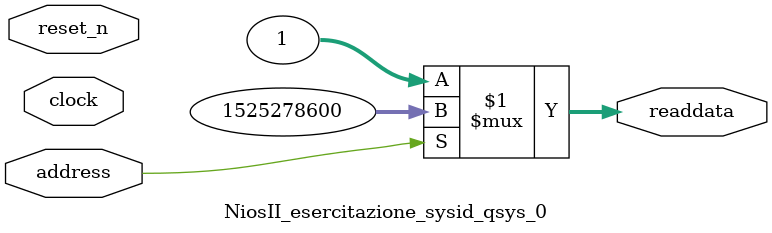
<source format=v>



// synthesis translate_off
`timescale 1ns / 1ps
// synthesis translate_on

// turn off superfluous verilog processor warnings 
// altera message_level Level1 
// altera message_off 10034 10035 10036 10037 10230 10240 10030 

module NiosII_esercitazione_sysid_qsys_0 (
               // inputs:
                address,
                clock,
                reset_n,

               // outputs:
                readdata
             )
;

  output  [ 31: 0] readdata;
  input            address;
  input            clock;
  input            reset_n;

  wire    [ 31: 0] readdata;
  //control_slave, which is an e_avalon_slave
  assign readdata = address ? 1525278600 : 1;

endmodule



</source>
